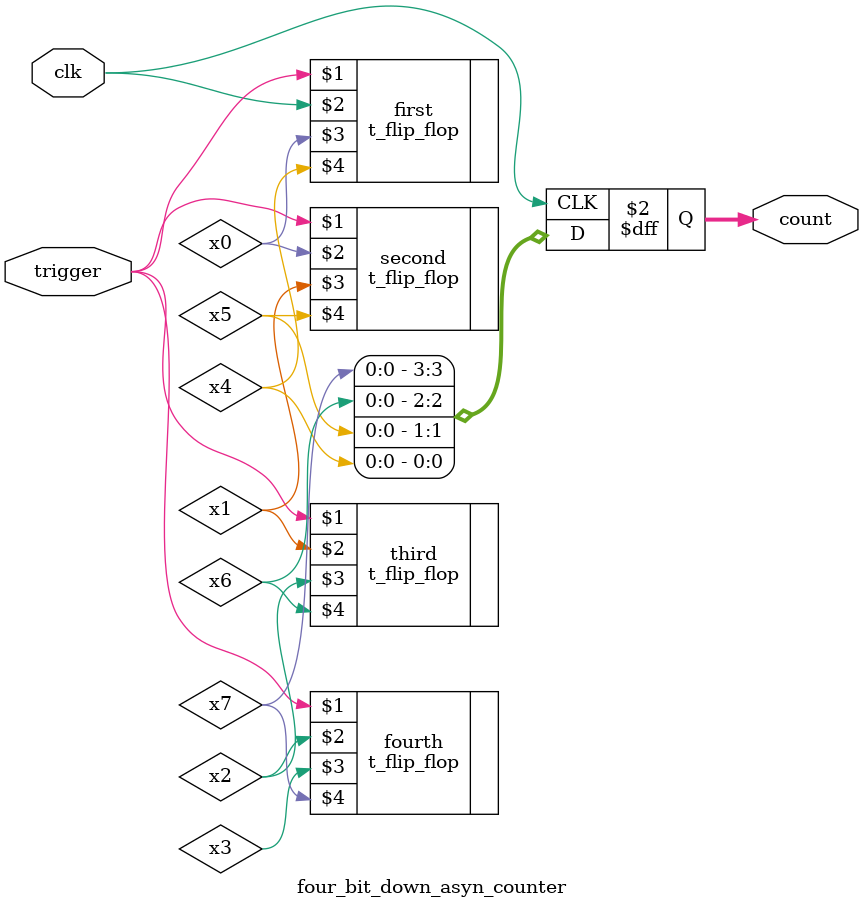
<source format=v>
`include "t_flip_flop.v"
module four_bit_down_asyn_counter(
    input trigger,
    input clk,
  output reg [3:0] count
);
wire x0,x1,x2,x3,x4,x5,x6,x7;
t_flip_flop first(trigger,clk,x0,x4);
t_flip_flop second(trigger,x0,x1,x5);
t_flip_flop third(trigger,x1,x2,x6);
t_flip_flop fourth(trigger,x2,x3,x7);
always@(negedge clk)begin
	count <={x7,x6,x5,x4};
end
endmodule
</source>
